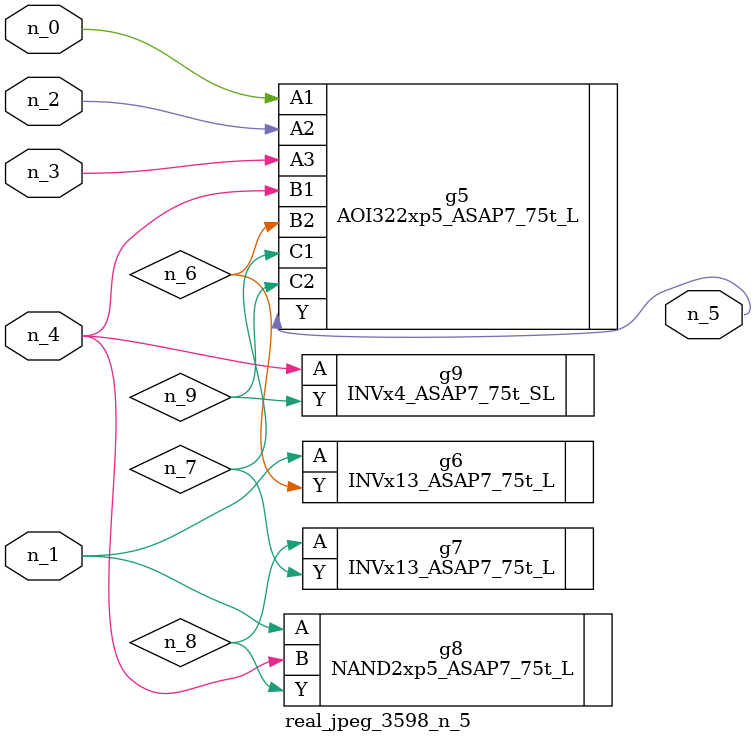
<source format=v>
module real_jpeg_3598_n_5 (n_4, n_0, n_1, n_2, n_3, n_5);

input n_4;
input n_0;
input n_1;
input n_2;
input n_3;

output n_5;

wire n_8;
wire n_6;
wire n_7;
wire n_9;

AOI322xp5_ASAP7_75t_L g5 ( 
.A1(n_0),
.A2(n_2),
.A3(n_3),
.B1(n_4),
.B2(n_6),
.C1(n_7),
.C2(n_9),
.Y(n_5)
);

INVx13_ASAP7_75t_L g6 ( 
.A(n_1),
.Y(n_6)
);

NAND2xp5_ASAP7_75t_L g8 ( 
.A(n_1),
.B(n_4),
.Y(n_8)
);

INVx4_ASAP7_75t_SL g9 ( 
.A(n_4),
.Y(n_9)
);

INVx13_ASAP7_75t_L g7 ( 
.A(n_8),
.Y(n_7)
);


endmodule
</source>
